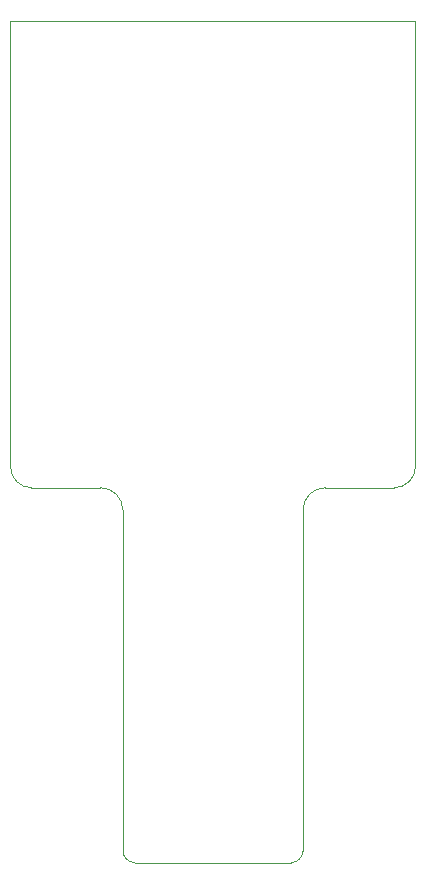
<source format=gbr>
G04 #@! TF.GenerationSoftware,KiCad,Pcbnew,5.1.5*
G04 #@! TF.CreationDate,2020-02-17T14:33:41-05:00*
G04 #@! TF.ProjectId,stm32,73746d33-322e-46b6-9963-61645f706362,B*
G04 #@! TF.SameCoordinates,Original*
G04 #@! TF.FileFunction,Profile,NP*
%FSLAX46Y46*%
G04 Gerber Fmt 4.6, Leading zero omitted, Abs format (unit mm)*
G04 Created by KiCad (PCBNEW 5.1.5) date 2020-02-17 14:33:41*
%MOMM*%
%LPD*%
G04 APERTURE LIST*
%ADD10C,0.050000*%
G04 APERTURE END LIST*
D10*
X112268000Y-99695000D02*
G75*
G02X110490000Y-97917000I0J1778000D01*
G01*
X144780000Y-97917000D02*
G75*
G02X143002000Y-99695000I-1778000J0D01*
G01*
X110490000Y-60198000D02*
X144780000Y-60198000D01*
X110490000Y-97917000D02*
X110490000Y-60198000D01*
X118110000Y-99695000D02*
X112268000Y-99695000D01*
X144780000Y-97917000D02*
X144780000Y-60198000D01*
X137160000Y-99695000D02*
X143002000Y-99695000D01*
X118110000Y-99695000D02*
G75*
G02X120015000Y-101600000I0J-1905000D01*
G01*
X135255000Y-101600000D02*
G75*
G02X137160000Y-99695000I1905000J0D01*
G01*
X135255000Y-130429000D02*
G75*
G02X134239000Y-131445000I-1016000J0D01*
G01*
X121031000Y-131445000D02*
G75*
G02X120015000Y-130429000I0J1016000D01*
G01*
X120015000Y-130429000D02*
X120015000Y-101600000D01*
X134239000Y-131445000D02*
X121031000Y-131445000D01*
X135255000Y-101600000D02*
X135255000Y-130429000D01*
M02*

</source>
